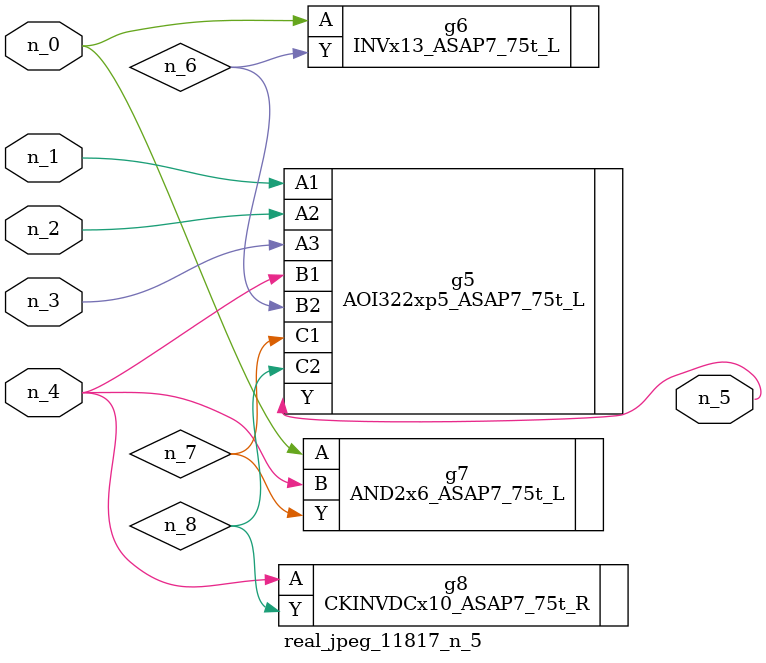
<source format=v>
module real_jpeg_11817_n_5 (n_4, n_0, n_1, n_2, n_3, n_5);

input n_4;
input n_0;
input n_1;
input n_2;
input n_3;

output n_5;

wire n_8;
wire n_6;
wire n_7;

INVx13_ASAP7_75t_L g6 ( 
.A(n_0),
.Y(n_6)
);

AND2x6_ASAP7_75t_L g7 ( 
.A(n_0),
.B(n_4),
.Y(n_7)
);

AOI322xp5_ASAP7_75t_L g5 ( 
.A1(n_1),
.A2(n_2),
.A3(n_3),
.B1(n_4),
.B2(n_6),
.C1(n_7),
.C2(n_8),
.Y(n_5)
);

CKINVDCx10_ASAP7_75t_R g8 ( 
.A(n_4),
.Y(n_8)
);


endmodule
</source>
